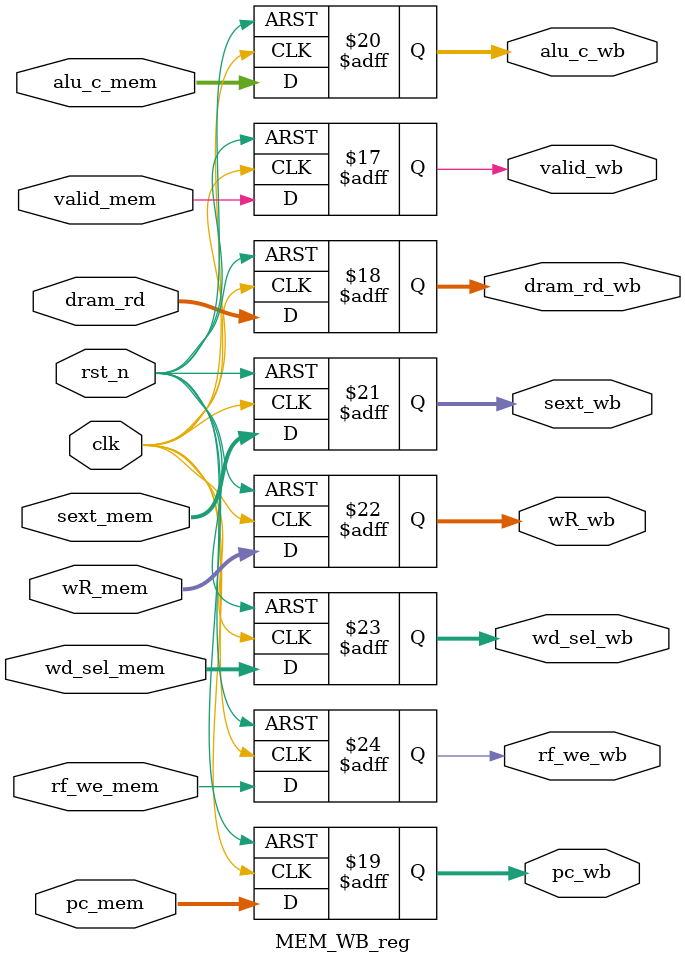
<source format=v>
`timescale 1ns / 1ps


module MEM_WB_reg(
    input clk,
    input rst_n,
    input rf_we_mem,
    input [1:0] wd_sel_mem,
    input [4:0] wR_mem,
    input [31:0] sext_mem,
    input [31:0] alu_c_mem,
    input [31:0] pc_mem,
    input [31:0] dram_rd,
    input valid_mem,
    output reg rf_we_wb,
    output reg [1:0] wd_sel_wb,
    output reg [4:0] wR_wb,
    output reg [31:0] sext_wb,
    output reg [31:0] alu_c_wb,
    output reg [31:0] pc_wb,
    output reg [31:0] dram_rd_wb,
    output reg valid_wb
    );
    
    always @ (posedge clk or negedge rst_n) begin    
        if(~rst_n) rf_we_wb <= 1'b0;    
        else       rf_we_wb <= rf_we_mem;    
    end      
    
    always @ (posedge clk or negedge rst_n) begin
        if(~rst_n) wd_sel_wb <= 2'b00;
        else       wd_sel_wb <= wd_sel_mem;
    end      
    
    always @ (posedge clk or negedge rst_n) begin
        if(~rst_n) wR_wb <= 5'b00000;
        else       wR_wb <= wR_mem;
    end      
    
    always @ (posedge clk or negedge rst_n) begin
        if(~rst_n) sext_wb <= 32'h00000000;
        else       sext_wb <= sext_mem;
    end      
    
    always @ (posedge clk or negedge rst_n) begin
        if(~rst_n) alu_c_wb <= 32'h00000000;
        else       alu_c_wb <= alu_c_mem;
    end      
    
    always @ (posedge clk or negedge rst_n) begin
        if(~rst_n) pc_wb <= 32'h0;
        else       pc_wb <= pc_mem;
    end      
    
    always @ (posedge clk or negedge rst_n) begin
        if(~rst_n) dram_rd_wb <= 32'h00000000;
        else       dram_rd_wb <= dram_rd;
    end      
    
    always @ (posedge clk or negedge rst_n) begin
        if(~rst_n)  valid_wb <= 1'b0;
        else       valid_wb <= valid_mem;
    end
    
endmodule

</source>
